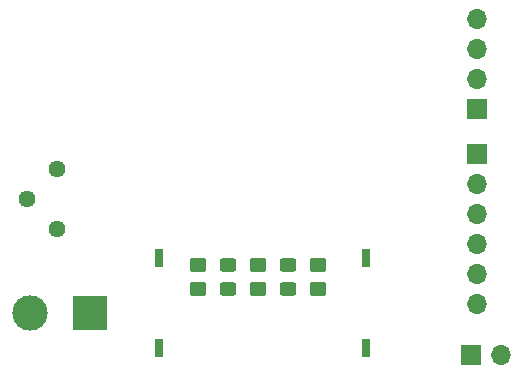
<source format=gbr>
%TF.GenerationSoftware,KiCad,Pcbnew,7.0.1*%
%TF.CreationDate,2023-04-21T09:55:58+02:00*%
%TF.ProjectId,hond,686f6e64-2e6b-4696-9361-645f70636258,rev?*%
%TF.SameCoordinates,Original*%
%TF.FileFunction,Soldermask,Bot*%
%TF.FilePolarity,Negative*%
%FSLAX46Y46*%
G04 Gerber Fmt 4.6, Leading zero omitted, Abs format (unit mm)*
G04 Created by KiCad (PCBNEW 7.0.1) date 2023-04-21 09:55:58*
%MOMM*%
%LPD*%
G01*
G04 APERTURE LIST*
G04 Aperture macros list*
%AMRoundRect*
0 Rectangle with rounded corners*
0 $1 Rounding radius*
0 $2 $3 $4 $5 $6 $7 $8 $9 X,Y pos of 4 corners*
0 Add a 4 corners polygon primitive as box body*
4,1,4,$2,$3,$4,$5,$6,$7,$8,$9,$2,$3,0*
0 Add four circle primitives for the rounded corners*
1,1,$1+$1,$2,$3*
1,1,$1+$1,$4,$5*
1,1,$1+$1,$6,$7*
1,1,$1+$1,$8,$9*
0 Add four rect primitives between the rounded corners*
20,1,$1+$1,$2,$3,$4,$5,0*
20,1,$1+$1,$4,$5,$6,$7,0*
20,1,$1+$1,$6,$7,$8,$9,0*
20,1,$1+$1,$8,$9,$2,$3,0*%
G04 Aperture macros list end*
%ADD10R,1.700000X1.700000*%
%ADD11O,1.700000X1.700000*%
%ADD12R,3.000000X3.000000*%
%ADD13C,3.000000*%
%ADD14C,1.440000*%
%ADD15R,0.760000X1.600000*%
%ADD16RoundRect,0.250000X0.450000X-0.350000X0.450000X0.350000X-0.450000X0.350000X-0.450000X-0.350000X0*%
%ADD17RoundRect,0.250000X-0.450000X0.350000X-0.450000X-0.350000X0.450000X-0.350000X0.450000X0.350000X0*%
%ADD18RoundRect,0.250000X-0.450000X0.325000X-0.450000X-0.325000X0.450000X-0.325000X0.450000X0.325000X0*%
%ADD19RoundRect,0.250000X0.450000X-0.325000X0.450000X0.325000X-0.450000X0.325000X-0.450000X-0.325000X0*%
G04 APERTURE END LIST*
D10*
%TO.C,J4*%
X143251000Y-85852000D03*
D11*
X145791000Y-85852000D03*
%TD*%
D10*
%TO.C,J3*%
X143764000Y-68834000D03*
D11*
X143764000Y-71374000D03*
X143764000Y-73914000D03*
X143764000Y-76454000D03*
X143764000Y-78994000D03*
X143764000Y-81534000D03*
%TD*%
D10*
%TO.C,J1*%
X143764000Y-65024000D03*
D11*
X143764000Y-62484000D03*
X143764000Y-59944000D03*
X143764000Y-57404000D03*
%TD*%
D12*
%TO.C,J5*%
X110998000Y-82296000D03*
D13*
X105918000Y-82296000D03*
%TD*%
D14*
%TO.C,P1*%
X108189000Y-70104000D03*
X105649000Y-72644000D03*
X108189000Y-75184000D03*
%TD*%
D15*
%TO.C,SW2*%
X134366000Y-77597000D03*
X134366000Y-85217000D03*
%TD*%
%TO.C,SW1*%
X116840000Y-77597000D03*
X116840000Y-85217000D03*
%TD*%
D16*
%TO.C,R3*%
X130302000Y-80248000D03*
X130302000Y-78248000D03*
%TD*%
%TO.C,R7*%
X125222000Y-80248000D03*
X125222000Y-78248000D03*
%TD*%
D17*
%TO.C,R4*%
X120142000Y-78248000D03*
X120142000Y-80248000D03*
%TD*%
D18*
%TO.C,D2*%
X122682000Y-78223000D03*
X122682000Y-80273000D03*
%TD*%
D19*
%TO.C,D1*%
X127762000Y-80273000D03*
X127762000Y-78223000D03*
%TD*%
M02*

</source>
